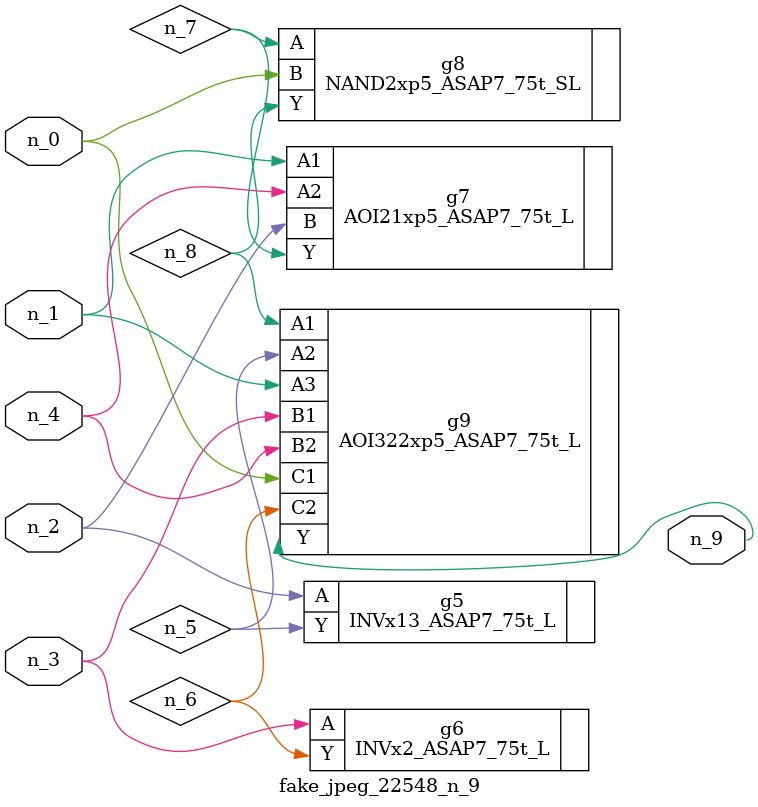
<source format=v>
module fake_jpeg_22548_n_9 (n_3, n_2, n_1, n_0, n_4, n_9);

input n_3;
input n_2;
input n_1;
input n_0;
input n_4;

output n_9;

wire n_8;
wire n_6;
wire n_5;
wire n_7;

INVx13_ASAP7_75t_L g5 ( 
.A(n_2),
.Y(n_5)
);

INVx2_ASAP7_75t_L g6 ( 
.A(n_3),
.Y(n_6)
);

AOI21xp5_ASAP7_75t_L g7 ( 
.A1(n_1),
.A2(n_4),
.B(n_2),
.Y(n_7)
);

NAND2xp5_ASAP7_75t_SL g8 ( 
.A(n_7),
.B(n_0),
.Y(n_8)
);

AOI322xp5_ASAP7_75t_L g9 ( 
.A1(n_8),
.A2(n_5),
.A3(n_1),
.B1(n_3),
.B2(n_4),
.C1(n_0),
.C2(n_6),
.Y(n_9)
);


endmodule
</source>
